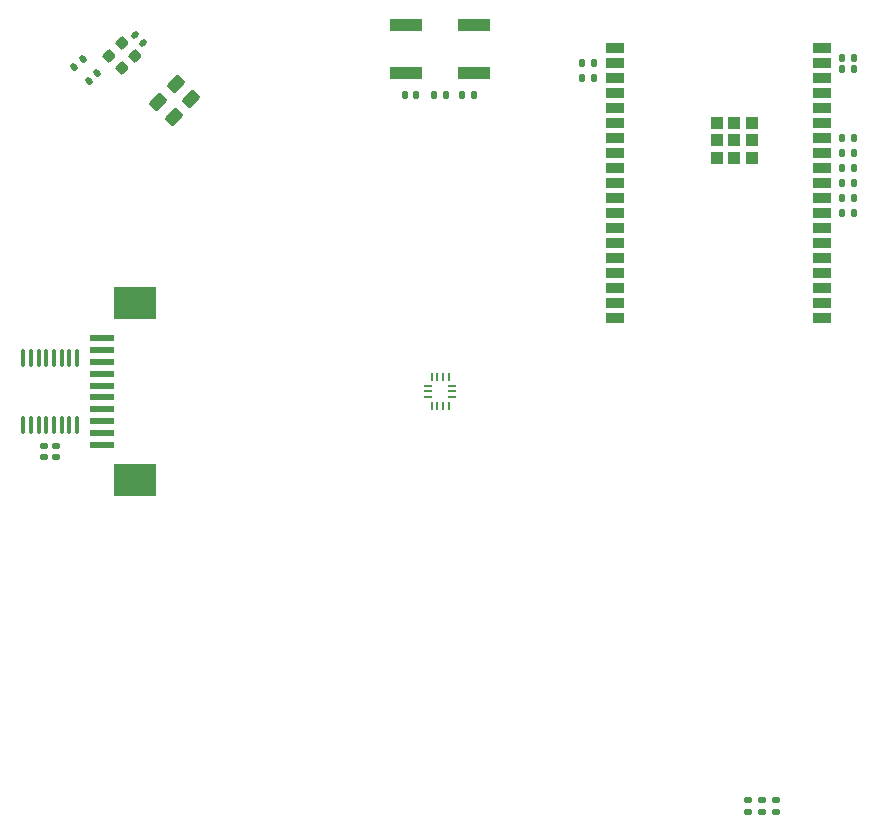
<source format=gbr>
%TF.GenerationSoftware,KiCad,Pcbnew,(6.0.4)*%
%TF.CreationDate,2022-07-14T17:54:29+08:00*%
%TF.ProjectId,SmartKnob_Main,536d6172-744b-46e6-9f62-5f4d61696e2e,rev?*%
%TF.SameCoordinates,Original*%
%TF.FileFunction,Paste,Bot*%
%TF.FilePolarity,Positive*%
%FSLAX46Y46*%
G04 Gerber Fmt 4.6, Leading zero omitted, Abs format (unit mm)*
G04 Created by KiCad (PCBNEW (6.0.4)) date 2022-07-14 17:54:29*
%MOMM*%
%LPD*%
G01*
G04 APERTURE LIST*
G04 Aperture macros list*
%AMRoundRect*
0 Rectangle with rounded corners*
0 $1 Rounding radius*
0 $2 $3 $4 $5 $6 $7 $8 $9 X,Y pos of 4 corners*
0 Add a 4 corners polygon primitive as box body*
4,1,4,$2,$3,$4,$5,$6,$7,$8,$9,$2,$3,0*
0 Add four circle primitives for the rounded corners*
1,1,$1+$1,$2,$3*
1,1,$1+$1,$4,$5*
1,1,$1+$1,$6,$7*
1,1,$1+$1,$8,$9*
0 Add four rect primitives between the rounded corners*
20,1,$1+$1,$2,$3,$4,$5,0*
20,1,$1+$1,$4,$5,$6,$7,0*
20,1,$1+$1,$6,$7,$8,$9,0*
20,1,$1+$1,$8,$9,$2,$3,0*%
G04 Aperture macros list end*
%ADD10RoundRect,0.135000X-0.135000X-0.185000X0.135000X-0.185000X0.135000X0.185000X-0.135000X0.185000X0*%
%ADD11R,1.500000X0.900000*%
%ADD12R,1.050000X1.050000*%
%ADD13RoundRect,0.225000X0.335876X0.017678X0.017678X0.335876X-0.335876X-0.017678X-0.017678X-0.335876X0*%
%ADD14RoundRect,0.140000X-0.170000X0.140000X-0.170000X-0.140000X0.170000X-0.140000X0.170000X0.140000X0*%
%ADD15RoundRect,0.100000X-0.100000X0.637500X-0.100000X-0.637500X0.100000X-0.637500X0.100000X0.637500X0*%
%ADD16RoundRect,0.140000X0.021213X-0.219203X0.219203X-0.021213X-0.021213X0.219203X-0.219203X0.021213X0*%
%ADD17RoundRect,0.250000X0.503814X0.132583X0.132583X0.503814X-0.503814X-0.132583X-0.132583X-0.503814X0*%
%ADD18RoundRect,0.135000X0.135000X0.185000X-0.135000X0.185000X-0.135000X-0.185000X0.135000X-0.185000X0*%
%ADD19RoundRect,0.135000X-0.185000X0.135000X-0.185000X-0.135000X0.185000X-0.135000X0.185000X0.135000X0*%
%ADD20R,2.000000X0.610000*%
%ADD21R,3.600000X2.680000*%
%ADD22R,0.250000X0.675000*%
%ADD23R,0.675000X0.250000*%
%ADD24RoundRect,0.140000X-0.021213X0.219203X-0.219203X0.021213X0.021213X-0.219203X0.219203X-0.021213X0*%
%ADD25RoundRect,0.140000X0.170000X-0.140000X0.170000X0.140000X-0.170000X0.140000X-0.170000X-0.140000X0*%
%ADD26RoundRect,0.140000X0.219203X0.021213X0.021213X0.219203X-0.219203X-0.021213X-0.021213X-0.219203X0*%
%ADD27R,2.750000X1.000000*%
%ADD28RoundRect,0.140000X0.140000X0.170000X-0.140000X0.170000X-0.140000X-0.170000X0.140000X-0.170000X0*%
%ADD29RoundRect,0.140000X-0.140000X-0.170000X0.140000X-0.170000X0.140000X0.170000X-0.140000X0.170000X0*%
G04 APERTURE END LIST*
D10*
%TO.C,R26*%
X204020000Y-73563000D03*
X205040000Y-73563000D03*
%TD*%
D11*
%TO.C,U1*%
X202263000Y-65943000D03*
X202263000Y-67213000D03*
X202263000Y-68483000D03*
X202263000Y-69753000D03*
X202263000Y-71023000D03*
X202263000Y-72293000D03*
X202263000Y-73563000D03*
X202263000Y-74833000D03*
X202263000Y-76103000D03*
X202263000Y-77373000D03*
X202263000Y-78643000D03*
X202263000Y-79913000D03*
X202263000Y-81183000D03*
X202263000Y-82453000D03*
X202263000Y-83723000D03*
X202263000Y-84993000D03*
X202263000Y-86263000D03*
X202263000Y-87533000D03*
X202263000Y-88803000D03*
X184737000Y-88803000D03*
X184737000Y-87533000D03*
X184737000Y-86263000D03*
X184737000Y-84993000D03*
X184737000Y-83723000D03*
X184737000Y-82453000D03*
X184737000Y-81183000D03*
X184737000Y-79913000D03*
X184737000Y-78643000D03*
X184737000Y-77373000D03*
X184737000Y-76103000D03*
X184737000Y-74833000D03*
X184737000Y-73563000D03*
X184737000Y-72293000D03*
X184737000Y-71023000D03*
X184737000Y-69753000D03*
X184737000Y-68483000D03*
X184737000Y-67213000D03*
X184737000Y-65943000D03*
D12*
X194861000Y-75201000D03*
X196341000Y-72241000D03*
X193381000Y-75201000D03*
X194861000Y-73721000D03*
X193381000Y-73721000D03*
X194861000Y-72241000D03*
X193381000Y-72241000D03*
X196341000Y-73721000D03*
X196341000Y-75201000D03*
%TD*%
D13*
%TO.C,C17*%
X143031782Y-67657449D03*
X141935766Y-66561433D03*
%TD*%
D14*
%TO.C,C23*%
X136455091Y-99632498D03*
X136455091Y-100592498D03*
%TD*%
D15*
%TO.C,U11*%
X134680094Y-92137500D03*
X135330094Y-92137500D03*
X135980094Y-92137500D03*
X136630094Y-92137500D03*
X137280094Y-92137500D03*
X137930094Y-92137500D03*
X138580094Y-92137500D03*
X139230094Y-92137500D03*
X139230094Y-97862500D03*
X138580094Y-97862500D03*
X137930094Y-97862500D03*
X137280094Y-97862500D03*
X136630094Y-97862500D03*
X135980094Y-97862500D03*
X135330094Y-97862500D03*
X134680094Y-97862500D03*
%TD*%
D16*
%TO.C,C21*%
X140215683Y-68739411D03*
X140894505Y-68060589D03*
%TD*%
D13*
%TO.C,C15*%
X144131785Y-66557452D03*
X143035769Y-65461436D03*
%TD*%
D17*
%TO.C,NC4*%
X147407006Y-71749832D03*
X146116536Y-70459362D03*
%TD*%
D18*
%TO.C,R23*%
X183020002Y-68482998D03*
X182000002Y-68482998D03*
%TD*%
D10*
%TO.C,R20*%
X204020002Y-77373000D03*
X205040002Y-77373000D03*
%TD*%
D19*
%TO.C,R12*%
X197235094Y-129580000D03*
X197235094Y-130600000D03*
%TD*%
D20*
%TO.C,J4*%
X141305094Y-90500000D03*
X141305094Y-91500000D03*
X141305094Y-92500000D03*
X141305094Y-93500000D03*
X141305094Y-94500000D03*
X141305094Y-95500000D03*
X141305094Y-96500000D03*
X141305094Y-97500000D03*
X141305094Y-98500000D03*
X141305094Y-99500000D03*
D21*
X144105094Y-87510000D03*
X144105094Y-102490000D03*
%TD*%
D18*
%TO.C,R27*%
X205040000Y-74832999D03*
X204020000Y-74832999D03*
%TD*%
%TO.C,R24*%
X183020000Y-67213000D03*
X182000000Y-67213000D03*
%TD*%
D22*
%TO.C,U10*%
X170750000Y-96262500D03*
X170250000Y-96262500D03*
X169750000Y-96262500D03*
X169250000Y-96262500D03*
D23*
X168987500Y-95500000D03*
X168987500Y-95000000D03*
X168987500Y-94500000D03*
D22*
X169250000Y-93737500D03*
X169750000Y-93737500D03*
X170250000Y-93737500D03*
X170750000Y-93737500D03*
D23*
X171012500Y-94500000D03*
X171012500Y-95000000D03*
X171012500Y-95500000D03*
%TD*%
D18*
%TO.C,R4*%
X170465094Y-69900000D03*
X169445094Y-69900000D03*
%TD*%
D14*
%TO.C,C26*%
X137455094Y-99632498D03*
X137455094Y-100592498D03*
%TD*%
D24*
%TO.C,C18*%
X139694505Y-66860589D03*
X139015683Y-67539411D03*
%TD*%
D25*
%TO.C,C12*%
X198390094Y-130570000D03*
X198390094Y-129610000D03*
%TD*%
D10*
%TO.C,R21*%
X204019998Y-79913000D03*
X205039998Y-79913000D03*
%TD*%
D19*
%TO.C,R9*%
X196070094Y-129580000D03*
X196070094Y-130600000D03*
%TD*%
D10*
%TO.C,R1*%
X171845094Y-69900000D03*
X172865094Y-69900000D03*
%TD*%
D26*
%TO.C,C19*%
X144803085Y-65468954D03*
X144124263Y-64790132D03*
%TD*%
D27*
%TO.C,SW1*%
X172835094Y-68000000D03*
X167075094Y-68000000D03*
X167075094Y-64000000D03*
X172835094Y-64000000D03*
%TD*%
D28*
%TO.C,C6*%
X167935094Y-69900000D03*
X166975094Y-69900000D03*
%TD*%
D10*
%TO.C,R25*%
X204020000Y-76100000D03*
X205040000Y-76100000D03*
%TD*%
D29*
%TO.C,C3*%
X204020000Y-67672998D03*
X204980000Y-67672998D03*
%TD*%
D17*
%TO.C,NC3*%
X148891930Y-70264906D03*
X147601460Y-68974436D03*
%TD*%
D29*
%TO.C,C5*%
X204020000Y-66753004D03*
X204980000Y-66753004D03*
%TD*%
D10*
%TO.C,R19*%
X204020002Y-78643000D03*
X205040002Y-78643000D03*
%TD*%
M02*

</source>
